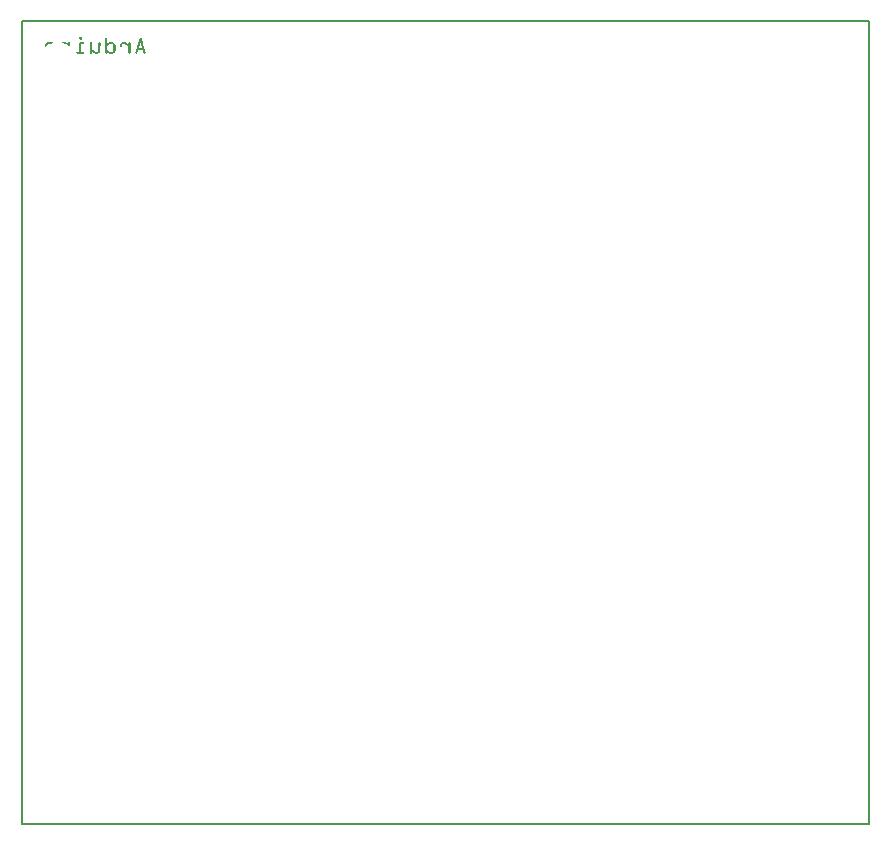
<source format=gbo>
G04 MADE WITH FRITZING*
G04 WWW.FRITZING.ORG*
G04 DOUBLE SIDED*
G04 HOLES PLATED*
G04 CONTOUR ON CENTER OF CONTOUR VECTOR*
%ASAXBY*%
%FSLAX23Y23*%
%MOIN*%
%OFA0B0*%
%SFA1.0B1.0*%
%ADD10R,2.830350X2.683980X2.814350X2.667980*%
%ADD11C,0.008000*%
%ADD12R,0.001000X0.001000*%
%LNSILK0*%
G90*
G70*
G54D11*
X4Y2680D02*
X2826Y2680D01*
X2826Y4D01*
X4Y4D01*
X4Y2680D01*
D02*
G54D12*
X197Y2627D02*
X200Y2627D01*
X195Y2626D02*
X202Y2626D01*
X194Y2625D02*
X203Y2625D01*
X194Y2624D02*
X203Y2624D01*
X283Y2624D02*
X284Y2624D01*
X397Y2624D02*
X398Y2624D01*
X194Y2623D02*
X203Y2623D01*
X281Y2623D02*
X285Y2623D01*
X396Y2623D02*
X400Y2623D01*
X194Y2622D02*
X203Y2622D01*
X281Y2622D02*
X286Y2622D01*
X395Y2622D02*
X400Y2622D01*
X194Y2621D02*
X203Y2621D01*
X280Y2621D02*
X286Y2621D01*
X395Y2621D02*
X401Y2621D01*
X194Y2620D02*
X203Y2620D01*
X280Y2620D02*
X286Y2620D01*
X394Y2620D02*
X401Y2620D01*
X194Y2619D02*
X203Y2619D01*
X280Y2619D02*
X286Y2619D01*
X394Y2619D02*
X401Y2619D01*
X195Y2618D02*
X202Y2618D01*
X280Y2618D02*
X286Y2618D01*
X394Y2618D02*
X402Y2618D01*
X280Y2617D02*
X286Y2617D01*
X393Y2617D02*
X402Y2617D01*
X280Y2616D02*
X286Y2616D01*
X393Y2616D02*
X402Y2616D01*
X280Y2615D02*
X286Y2615D01*
X393Y2615D02*
X402Y2615D01*
X280Y2614D02*
X286Y2614D01*
X393Y2614D02*
X403Y2614D01*
X280Y2613D02*
X286Y2613D01*
X392Y2613D02*
X403Y2613D01*
X280Y2612D02*
X286Y2612D01*
X392Y2612D02*
X403Y2612D01*
X280Y2611D02*
X286Y2611D01*
X392Y2611D02*
X404Y2611D01*
X280Y2610D02*
X286Y2610D01*
X391Y2610D02*
X404Y2610D01*
X90Y2609D02*
X103Y2609D01*
X138Y2609D02*
X147Y2609D01*
X159Y2609D02*
X161Y2609D01*
X196Y2609D02*
X208Y2609D01*
X232Y2609D02*
X234Y2609D01*
X260Y2609D02*
X262Y2609D01*
X280Y2609D02*
X286Y2609D01*
X294Y2609D02*
X304Y2609D01*
X338Y2609D02*
X349Y2609D01*
X360Y2609D02*
X362Y2609D01*
X391Y2609D02*
X404Y2609D01*
X87Y2608D02*
X105Y2608D01*
X136Y2608D02*
X149Y2608D01*
X158Y2608D02*
X163Y2608D01*
X195Y2608D02*
X209Y2608D01*
X231Y2608D02*
X235Y2608D01*
X259Y2608D02*
X263Y2608D01*
X280Y2608D02*
X286Y2608D01*
X292Y2608D02*
X306Y2608D01*
X336Y2608D02*
X350Y2608D01*
X359Y2608D02*
X363Y2608D01*
X391Y2608D02*
X404Y2608D01*
X86Y2607D02*
X107Y2607D01*
X136Y2607D02*
X151Y2607D01*
X158Y2607D02*
X163Y2607D01*
X194Y2607D02*
X210Y2607D01*
X230Y2607D02*
X236Y2607D01*
X258Y2607D02*
X264Y2607D01*
X280Y2607D02*
X286Y2607D01*
X290Y2607D02*
X308Y2607D01*
X334Y2607D02*
X351Y2607D01*
X358Y2607D02*
X364Y2607D01*
X390Y2607D02*
X405Y2607D01*
X85Y2606D02*
X106Y2606D01*
X140Y2606D02*
X152Y2606D01*
X157Y2606D02*
X163Y2606D01*
X194Y2606D02*
X210Y2606D01*
X230Y2606D02*
X236Y2606D01*
X258Y2606D02*
X264Y2606D01*
X280Y2606D02*
X286Y2606D01*
X289Y2606D02*
X309Y2606D01*
X333Y2606D02*
X352Y2606D01*
X358Y2606D02*
X364Y2606D01*
X390Y2606D02*
X397Y2606D01*
X399Y2606D02*
X405Y2606D01*
X84Y2605D02*
X102Y2605D01*
X143Y2605D02*
X154Y2605D01*
X157Y2605D02*
X163Y2605D01*
X194Y2605D02*
X210Y2605D01*
X230Y2605D02*
X236Y2605D01*
X258Y2605D02*
X264Y2605D01*
X280Y2605D02*
X310Y2605D01*
X333Y2605D02*
X353Y2605D01*
X358Y2605D02*
X364Y2605D01*
X390Y2605D02*
X396Y2605D01*
X399Y2605D02*
X405Y2605D01*
X83Y2604D02*
X100Y2604D01*
X146Y2604D02*
X163Y2604D01*
X194Y2604D02*
X210Y2604D01*
X230Y2604D02*
X236Y2604D01*
X258Y2604D02*
X264Y2604D01*
X280Y2604D02*
X311Y2604D01*
X332Y2604D02*
X355Y2604D01*
X358Y2604D02*
X364Y2604D01*
X390Y2604D02*
X396Y2604D01*
X399Y2604D02*
X406Y2604D01*
X82Y2603D02*
X97Y2603D01*
X149Y2603D02*
X163Y2603D01*
X194Y2603D02*
X209Y2603D01*
X230Y2603D02*
X236Y2603D01*
X258Y2603D02*
X264Y2603D01*
X280Y2603D02*
X312Y2603D01*
X331Y2603D02*
X356Y2603D01*
X358Y2603D02*
X364Y2603D01*
X389Y2603D02*
X396Y2603D01*
X400Y2603D02*
X406Y2603D01*
X81Y2602D02*
X90Y2602D01*
X151Y2602D02*
X163Y2602D01*
X194Y2602D02*
X200Y2602D01*
X230Y2602D02*
X236Y2602D01*
X258Y2602D02*
X264Y2602D01*
X280Y2602D02*
X294Y2602D01*
X304Y2602D02*
X313Y2602D01*
X331Y2602D02*
X339Y2602D01*
X347Y2602D02*
X364Y2602D01*
X389Y2602D02*
X395Y2602D01*
X400Y2602D02*
X406Y2602D01*
X80Y2601D02*
X88Y2601D01*
X153Y2601D02*
X163Y2601D01*
X194Y2601D02*
X200Y2601D01*
X230Y2601D02*
X236Y2601D01*
X258Y2601D02*
X264Y2601D01*
X280Y2601D02*
X293Y2601D01*
X305Y2601D02*
X313Y2601D01*
X331Y2601D02*
X337Y2601D01*
X348Y2601D02*
X364Y2601D01*
X389Y2601D02*
X395Y2601D01*
X400Y2601D02*
X407Y2601D01*
X80Y2600D02*
X87Y2600D01*
X155Y2600D02*
X163Y2600D01*
X194Y2600D02*
X200Y2600D01*
X230Y2600D02*
X236Y2600D01*
X258Y2600D02*
X264Y2600D01*
X280Y2600D02*
X292Y2600D01*
X306Y2600D02*
X314Y2600D01*
X331Y2600D02*
X337Y2600D01*
X349Y2600D02*
X364Y2600D01*
X388Y2600D02*
X395Y2600D01*
X401Y2600D02*
X407Y2600D01*
X80Y2599D02*
X86Y2599D01*
X156Y2599D02*
X163Y2599D01*
X194Y2599D02*
X200Y2599D01*
X230Y2599D02*
X236Y2599D01*
X258Y2599D02*
X264Y2599D01*
X280Y2599D02*
X291Y2599D01*
X307Y2599D02*
X314Y2599D01*
X331Y2599D02*
X337Y2599D01*
X351Y2599D02*
X364Y2599D01*
X388Y2599D02*
X394Y2599D01*
X401Y2599D02*
X407Y2599D01*
X80Y2598D02*
X86Y2598D01*
X158Y2598D02*
X163Y2598D01*
X194Y2598D02*
X200Y2598D01*
X230Y2598D02*
X236Y2598D01*
X258Y2598D02*
X264Y2598D01*
X280Y2598D02*
X290Y2598D01*
X308Y2598D02*
X314Y2598D01*
X331Y2598D02*
X337Y2598D01*
X352Y2598D02*
X364Y2598D01*
X388Y2598D02*
X394Y2598D01*
X401Y2598D02*
X407Y2598D01*
X80Y2597D02*
X86Y2597D01*
X160Y2597D02*
X163Y2597D01*
X194Y2597D02*
X200Y2597D01*
X230Y2597D02*
X236Y2597D01*
X258Y2597D02*
X263Y2597D01*
X280Y2597D02*
X288Y2597D01*
X308Y2597D02*
X314Y2597D01*
X331Y2597D02*
X337Y2597D01*
X353Y2597D02*
X364Y2597D01*
X388Y2597D02*
X394Y2597D01*
X401Y2597D02*
X408Y2597D01*
X80Y2596D02*
X85Y2596D01*
X161Y2596D02*
X163Y2596D01*
X194Y2596D02*
X200Y2596D01*
X230Y2596D02*
X236Y2596D01*
X257Y2596D02*
X263Y2596D01*
X280Y2596D02*
X287Y2596D01*
X308Y2596D02*
X314Y2596D01*
X331Y2596D02*
X336Y2596D01*
X354Y2596D02*
X364Y2596D01*
X387Y2596D02*
X394Y2596D01*
X402Y2596D02*
X408Y2596D01*
X80Y2595D02*
X83Y2595D01*
X162Y2595D02*
X163Y2595D01*
X194Y2595D02*
X200Y2595D01*
X230Y2595D02*
X236Y2595D01*
X257Y2595D02*
X263Y2595D01*
X280Y2595D02*
X287Y2595D01*
X308Y2595D02*
X314Y2595D01*
X331Y2595D02*
X336Y2595D01*
X355Y2595D02*
X364Y2595D01*
X387Y2595D02*
X393Y2595D01*
X402Y2595D02*
X408Y2595D01*
X80Y2594D02*
X82Y2594D01*
X194Y2594D02*
X200Y2594D01*
X230Y2594D02*
X236Y2594D01*
X257Y2594D02*
X263Y2594D01*
X280Y2594D02*
X286Y2594D01*
X308Y2594D02*
X314Y2594D01*
X333Y2594D02*
X335Y2594D01*
X356Y2594D02*
X364Y2594D01*
X387Y2594D02*
X393Y2594D01*
X402Y2594D02*
X409Y2594D01*
X80Y2593D02*
X81Y2593D01*
X194Y2593D02*
X200Y2593D01*
X230Y2593D02*
X236Y2593D01*
X257Y2593D02*
X263Y2593D01*
X280Y2593D02*
X286Y2593D01*
X308Y2593D02*
X314Y2593D01*
X358Y2593D02*
X364Y2593D01*
X386Y2593D02*
X393Y2593D01*
X403Y2593D02*
X409Y2593D01*
X80Y2592D02*
X80Y2592D01*
X194Y2592D02*
X200Y2592D01*
X230Y2592D02*
X236Y2592D01*
X257Y2592D02*
X263Y2592D01*
X280Y2592D02*
X286Y2592D01*
X308Y2592D02*
X314Y2592D01*
X358Y2592D02*
X364Y2592D01*
X386Y2592D02*
X392Y2592D01*
X403Y2592D02*
X409Y2592D01*
X194Y2591D02*
X200Y2591D01*
X230Y2591D02*
X236Y2591D01*
X257Y2591D02*
X263Y2591D01*
X280Y2591D02*
X286Y2591D01*
X308Y2591D02*
X314Y2591D01*
X358Y2591D02*
X364Y2591D01*
X386Y2591D02*
X392Y2591D01*
X403Y2591D02*
X409Y2591D01*
X194Y2590D02*
X200Y2590D01*
X230Y2590D02*
X236Y2590D01*
X257Y2590D02*
X263Y2590D01*
X280Y2590D02*
X286Y2590D01*
X308Y2590D02*
X314Y2590D01*
X358Y2590D02*
X364Y2590D01*
X386Y2590D02*
X392Y2590D01*
X403Y2590D02*
X410Y2590D01*
X194Y2589D02*
X200Y2589D01*
X230Y2589D02*
X236Y2589D01*
X257Y2589D02*
X263Y2589D01*
X280Y2589D02*
X286Y2589D01*
X308Y2589D02*
X314Y2589D01*
X358Y2589D02*
X364Y2589D01*
X385Y2589D02*
X392Y2589D01*
X403Y2589D02*
X410Y2589D01*
X194Y2588D02*
X200Y2588D01*
X230Y2588D02*
X236Y2588D01*
X257Y2588D02*
X263Y2588D01*
X280Y2588D02*
X286Y2588D01*
X308Y2588D02*
X314Y2588D01*
X358Y2588D02*
X364Y2588D01*
X385Y2588D02*
X410Y2588D01*
X194Y2587D02*
X200Y2587D01*
X230Y2587D02*
X236Y2587D01*
X257Y2587D02*
X263Y2587D01*
X280Y2587D02*
X286Y2587D01*
X308Y2587D02*
X314Y2587D01*
X358Y2587D02*
X364Y2587D01*
X385Y2587D02*
X411Y2587D01*
X194Y2586D02*
X200Y2586D01*
X230Y2586D02*
X236Y2586D01*
X257Y2586D02*
X263Y2586D01*
X280Y2586D02*
X286Y2586D01*
X308Y2586D02*
X314Y2586D01*
X358Y2586D02*
X364Y2586D01*
X384Y2586D02*
X411Y2586D01*
X194Y2585D02*
X200Y2585D01*
X230Y2585D02*
X236Y2585D01*
X257Y2585D02*
X263Y2585D01*
X280Y2585D02*
X287Y2585D01*
X308Y2585D02*
X314Y2585D01*
X358Y2585D02*
X364Y2585D01*
X384Y2585D02*
X411Y2585D01*
X194Y2584D02*
X200Y2584D01*
X230Y2584D02*
X237Y2584D01*
X257Y2584D02*
X263Y2584D01*
X280Y2584D02*
X287Y2584D01*
X308Y2584D02*
X314Y2584D01*
X358Y2584D02*
X364Y2584D01*
X384Y2584D02*
X412Y2584D01*
X194Y2583D02*
X200Y2583D01*
X230Y2583D02*
X238Y2583D01*
X257Y2583D02*
X263Y2583D01*
X280Y2583D02*
X288Y2583D01*
X308Y2583D02*
X314Y2583D01*
X358Y2583D02*
X364Y2583D01*
X383Y2583D02*
X412Y2583D01*
X194Y2582D02*
X200Y2582D01*
X230Y2582D02*
X240Y2582D01*
X257Y2582D02*
X263Y2582D01*
X280Y2582D02*
X289Y2582D01*
X308Y2582D02*
X314Y2582D01*
X358Y2582D02*
X364Y2582D01*
X383Y2582D02*
X412Y2582D01*
X194Y2581D02*
X200Y2581D01*
X230Y2581D02*
X241Y2581D01*
X257Y2581D02*
X263Y2581D01*
X280Y2581D02*
X290Y2581D01*
X308Y2581D02*
X314Y2581D01*
X358Y2581D02*
X364Y2581D01*
X383Y2581D02*
X389Y2581D01*
X406Y2581D02*
X412Y2581D01*
X194Y2580D02*
X200Y2580D01*
X230Y2580D02*
X243Y2580D01*
X257Y2580D02*
X263Y2580D01*
X280Y2580D02*
X291Y2580D01*
X307Y2580D02*
X314Y2580D01*
X358Y2580D02*
X364Y2580D01*
X383Y2580D02*
X389Y2580D01*
X406Y2580D02*
X413Y2580D01*
X194Y2579D02*
X200Y2579D01*
X230Y2579D02*
X244Y2579D01*
X257Y2579D02*
X263Y2579D01*
X280Y2579D02*
X292Y2579D01*
X306Y2579D02*
X313Y2579D01*
X358Y2579D02*
X364Y2579D01*
X382Y2579D02*
X389Y2579D01*
X407Y2579D02*
X413Y2579D01*
X194Y2578D02*
X200Y2578D01*
X230Y2578D02*
X246Y2578D01*
X256Y2578D02*
X263Y2578D01*
X280Y2578D02*
X293Y2578D01*
X305Y2578D02*
X313Y2578D01*
X358Y2578D02*
X364Y2578D01*
X382Y2578D02*
X388Y2578D01*
X407Y2578D02*
X413Y2578D01*
X193Y2577D02*
X200Y2577D01*
X230Y2577D02*
X248Y2577D01*
X254Y2577D02*
X262Y2577D01*
X280Y2577D02*
X296Y2577D01*
X302Y2577D02*
X312Y2577D01*
X358Y2577D02*
X364Y2577D01*
X382Y2577D02*
X388Y2577D01*
X407Y2577D02*
X414Y2577D01*
X185Y2576D02*
X209Y2576D01*
X230Y2576D02*
X262Y2576D01*
X280Y2576D02*
X312Y2576D01*
X358Y2576D02*
X364Y2576D01*
X381Y2576D02*
X388Y2576D01*
X408Y2576D02*
X414Y2576D01*
X184Y2575D02*
X210Y2575D01*
X230Y2575D02*
X236Y2575D01*
X239Y2575D02*
X261Y2575D01*
X280Y2575D02*
X311Y2575D01*
X358Y2575D02*
X364Y2575D01*
X381Y2575D02*
X387Y2575D01*
X408Y2575D02*
X414Y2575D01*
X184Y2574D02*
X210Y2574D01*
X230Y2574D02*
X236Y2574D01*
X240Y2574D02*
X261Y2574D01*
X280Y2574D02*
X310Y2574D01*
X358Y2574D02*
X364Y2574D01*
X381Y2574D02*
X387Y2574D01*
X408Y2574D02*
X414Y2574D01*
X184Y2573D02*
X210Y2573D01*
X230Y2573D02*
X236Y2573D01*
X242Y2573D02*
X260Y2573D01*
X280Y2573D02*
X286Y2573D01*
X289Y2573D02*
X309Y2573D01*
X358Y2573D02*
X364Y2573D01*
X381Y2573D02*
X387Y2573D01*
X408Y2573D02*
X414Y2573D01*
X184Y2572D02*
X210Y2572D01*
X231Y2572D02*
X236Y2572D01*
X243Y2572D02*
X259Y2572D01*
X281Y2572D02*
X286Y2572D01*
X291Y2572D02*
X307Y2572D01*
X359Y2572D02*
X364Y2572D01*
X381Y2572D02*
X386Y2572D01*
X409Y2572D02*
X414Y2572D01*
X185Y2571D02*
X209Y2571D01*
X231Y2571D02*
X235Y2571D01*
X245Y2571D02*
X257Y2571D01*
X282Y2571D02*
X285Y2571D01*
X292Y2571D02*
X306Y2571D01*
X359Y2571D02*
X363Y2571D01*
X382Y2571D02*
X386Y2571D01*
X410Y2571D02*
X413Y2571D01*
X187Y2570D02*
X207Y2570D01*
X249Y2570D02*
X253Y2570D01*
X297Y2570D02*
X302Y2570D01*
D02*
G04 End of Silk0*
M02*
</source>
